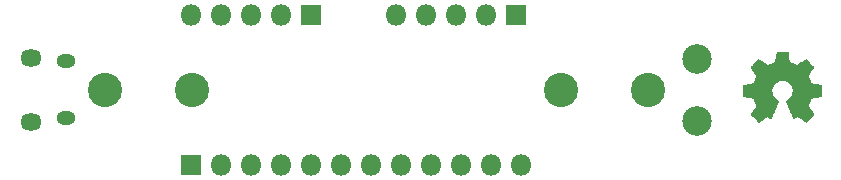
<source format=gbs>
G04 #@! TF.GenerationSoftware,KiCad,Pcbnew,(5.1.5-0-10_14)*
G04 #@! TF.CreationDate,2020-02-01T15:51:51-08:00*
G04 #@! TF.ProjectId,10440,31303434-302e-46b6-9963-61645f706362,rev?*
G04 #@! TF.SameCoordinates,Original*
G04 #@! TF.FileFunction,Soldermask,Bot*
G04 #@! TF.FilePolarity,Negative*
%FSLAX46Y46*%
G04 Gerber Fmt 4.6, Leading zero omitted, Abs format (unit mm)*
G04 Created by KiCad (PCBNEW (5.1.5-0-10_14)) date 2020-02-01 15:51:51*
%MOMM*%
%LPD*%
G04 APERTURE LIST*
%ADD10C,0.010000*%
%ADD11O,1.801600X1.801600*%
%ADD12R,1.801600X1.801600*%
%ADD13C,2.901600*%
%ADD14C,2.501600*%
%ADD15O,1.601600X1.201600*%
%ADD16O,1.801600X1.451600*%
G04 APERTURE END LIST*
D10*
G36*
X122954186Y-97193931D02*
G01*
X122870365Y-97638555D01*
X122561080Y-97766053D01*
X122251794Y-97893551D01*
X121880754Y-97641246D01*
X121776843Y-97570996D01*
X121682913Y-97508272D01*
X121603348Y-97455938D01*
X121542530Y-97416857D01*
X121504843Y-97393893D01*
X121494579Y-97388942D01*
X121476090Y-97401676D01*
X121436580Y-97436882D01*
X121380478Y-97490062D01*
X121312213Y-97556718D01*
X121236214Y-97632354D01*
X121156908Y-97712472D01*
X121078725Y-97792574D01*
X121006093Y-97868164D01*
X120943441Y-97934745D01*
X120895197Y-97987818D01*
X120865790Y-98022887D01*
X120858759Y-98034623D01*
X120868877Y-98056260D01*
X120897241Y-98103662D01*
X120940871Y-98172193D01*
X120996782Y-98257215D01*
X121061994Y-98354093D01*
X121099781Y-98409350D01*
X121168657Y-98510248D01*
X121229860Y-98601299D01*
X121280422Y-98677970D01*
X121317372Y-98735728D01*
X121337742Y-98770043D01*
X121340803Y-98777254D01*
X121333864Y-98797748D01*
X121314949Y-98845513D01*
X121286913Y-98913832D01*
X121252609Y-98995989D01*
X121214891Y-99085270D01*
X121176613Y-99174958D01*
X121140630Y-99258338D01*
X121109794Y-99328694D01*
X121086961Y-99379310D01*
X121074983Y-99403471D01*
X121074276Y-99404422D01*
X121055469Y-99409036D01*
X121005382Y-99419328D01*
X120929207Y-99434287D01*
X120832135Y-99452901D01*
X120719357Y-99474159D01*
X120653558Y-99486418D01*
X120533050Y-99509362D01*
X120424203Y-99531195D01*
X120332524Y-99550722D01*
X120263519Y-99566748D01*
X120222696Y-99578079D01*
X120214489Y-99581674D01*
X120206452Y-99606006D01*
X120199967Y-99660959D01*
X120195030Y-99740108D01*
X120191636Y-99837026D01*
X120189782Y-99945287D01*
X120189462Y-100058465D01*
X120190673Y-100170135D01*
X120193410Y-100273868D01*
X120197669Y-100363241D01*
X120203445Y-100431826D01*
X120210733Y-100473197D01*
X120215105Y-100481810D01*
X120241236Y-100492133D01*
X120296607Y-100506892D01*
X120373893Y-100524352D01*
X120465770Y-100542780D01*
X120497842Y-100548741D01*
X120652476Y-100577066D01*
X120774625Y-100599876D01*
X120868327Y-100618080D01*
X120937616Y-100632583D01*
X120986529Y-100644292D01*
X121019103Y-100654115D01*
X121039372Y-100662956D01*
X121051374Y-100671724D01*
X121053053Y-100673457D01*
X121069816Y-100701371D01*
X121095386Y-100755695D01*
X121127212Y-100829777D01*
X121162740Y-100916965D01*
X121199417Y-101010608D01*
X121234689Y-101104052D01*
X121266004Y-101190647D01*
X121290807Y-101263740D01*
X121306546Y-101316678D01*
X121310668Y-101342811D01*
X121310324Y-101343726D01*
X121296359Y-101365086D01*
X121264678Y-101412084D01*
X121218609Y-101479827D01*
X121161482Y-101563423D01*
X121096627Y-101657982D01*
X121078157Y-101684854D01*
X121012301Y-101782275D01*
X120954350Y-101871163D01*
X120907462Y-101946412D01*
X120874793Y-102002920D01*
X120859500Y-102035581D01*
X120858759Y-102039593D01*
X120871608Y-102060684D01*
X120907112Y-102102464D01*
X120960707Y-102160445D01*
X121027829Y-102230135D01*
X121103913Y-102307045D01*
X121184396Y-102386683D01*
X121264713Y-102464561D01*
X121340301Y-102536186D01*
X121406595Y-102597070D01*
X121459031Y-102642721D01*
X121493045Y-102668650D01*
X121502455Y-102672883D01*
X121524357Y-102662912D01*
X121569200Y-102636020D01*
X121629679Y-102596736D01*
X121676211Y-102565117D01*
X121760525Y-102507098D01*
X121860374Y-102438784D01*
X121960527Y-102370579D01*
X122014373Y-102334075D01*
X122196629Y-102210800D01*
X122349619Y-102293520D01*
X122419318Y-102329759D01*
X122478586Y-102357926D01*
X122518689Y-102373991D01*
X122528897Y-102376226D01*
X122541171Y-102359722D01*
X122565387Y-102313082D01*
X122599737Y-102240609D01*
X122642412Y-102146606D01*
X122691606Y-102035374D01*
X122745510Y-101911215D01*
X122802316Y-101778432D01*
X122860218Y-101641327D01*
X122917407Y-101504202D01*
X122972076Y-101371358D01*
X123022416Y-101247098D01*
X123066620Y-101135725D01*
X123102881Y-101041539D01*
X123129391Y-100968844D01*
X123144342Y-100921941D01*
X123146746Y-100905833D01*
X123127689Y-100885286D01*
X123085964Y-100851933D01*
X123030294Y-100812702D01*
X123025622Y-100809599D01*
X122881736Y-100694423D01*
X122765717Y-100560053D01*
X122678570Y-100410784D01*
X122621301Y-100250913D01*
X122594914Y-100084737D01*
X122600415Y-99916552D01*
X122638810Y-99750655D01*
X122711105Y-99591342D01*
X122732374Y-99556487D01*
X122843004Y-99415737D01*
X122973698Y-99302714D01*
X123119936Y-99218003D01*
X123277192Y-99162194D01*
X123440943Y-99135874D01*
X123606667Y-99139630D01*
X123769838Y-99174050D01*
X123925935Y-99239723D01*
X124070433Y-99337235D01*
X124115131Y-99376813D01*
X124228888Y-99500703D01*
X124311782Y-99631124D01*
X124368644Y-99777315D01*
X124400313Y-99922088D01*
X124408131Y-100084860D01*
X124382062Y-100248440D01*
X124324755Y-100407298D01*
X124238856Y-100555906D01*
X124127014Y-100688735D01*
X123991877Y-100800256D01*
X123974117Y-100812011D01*
X123917850Y-100850508D01*
X123875077Y-100883863D01*
X123854628Y-100905160D01*
X123854331Y-100905833D01*
X123858721Y-100928871D01*
X123876124Y-100981157D01*
X123904732Y-101058390D01*
X123942735Y-101156268D01*
X123988326Y-101270491D01*
X124039697Y-101396758D01*
X124095038Y-101530767D01*
X124152542Y-101668218D01*
X124210399Y-101804808D01*
X124266802Y-101936237D01*
X124319942Y-102058205D01*
X124368010Y-102166409D01*
X124409199Y-102256549D01*
X124441699Y-102324323D01*
X124463703Y-102365430D01*
X124472564Y-102376226D01*
X124499640Y-102367819D01*
X124550303Y-102345272D01*
X124615817Y-102312613D01*
X124651841Y-102293520D01*
X124804832Y-102210800D01*
X124987088Y-102334075D01*
X125080125Y-102397228D01*
X125181985Y-102466727D01*
X125277438Y-102532165D01*
X125325250Y-102565117D01*
X125392495Y-102610273D01*
X125449436Y-102646057D01*
X125488646Y-102667938D01*
X125501381Y-102672563D01*
X125519917Y-102660085D01*
X125560941Y-102625252D01*
X125620475Y-102571678D01*
X125694542Y-102502983D01*
X125779165Y-102422781D01*
X125832685Y-102371286D01*
X125926319Y-102279286D01*
X126007241Y-102196999D01*
X126072177Y-102127945D01*
X126117858Y-102075644D01*
X126141011Y-102043616D01*
X126143232Y-102037116D01*
X126132924Y-102012394D01*
X126104439Y-101962405D01*
X126060937Y-101892212D01*
X126005577Y-101806875D01*
X125941520Y-101711456D01*
X125923303Y-101684854D01*
X125856927Y-101588167D01*
X125797378Y-101501117D01*
X125747984Y-101428595D01*
X125712075Y-101375493D01*
X125692981Y-101346703D01*
X125691136Y-101343726D01*
X125693895Y-101320782D01*
X125708538Y-101270336D01*
X125732513Y-101199041D01*
X125763266Y-101113547D01*
X125798244Y-101020507D01*
X125834893Y-100926574D01*
X125870661Y-100838399D01*
X125902994Y-100762634D01*
X125929338Y-100705931D01*
X125947142Y-100674943D01*
X125948407Y-100673457D01*
X125959294Y-100664601D01*
X125977682Y-100655843D01*
X126007606Y-100646277D01*
X126053103Y-100634996D01*
X126118209Y-100621093D01*
X126206961Y-100603663D01*
X126323393Y-100581798D01*
X126471542Y-100554591D01*
X126503618Y-100548741D01*
X126598686Y-100530374D01*
X126681565Y-100512405D01*
X126744930Y-100496569D01*
X126781458Y-100484600D01*
X126786356Y-100481810D01*
X126794427Y-100457072D01*
X126800987Y-100401790D01*
X126806033Y-100322389D01*
X126809559Y-100225296D01*
X126811561Y-100116938D01*
X126812036Y-100003740D01*
X126810977Y-99892128D01*
X126808382Y-99788529D01*
X126804246Y-99699368D01*
X126798563Y-99631072D01*
X126791331Y-99590066D01*
X126786971Y-99581674D01*
X126762698Y-99573208D01*
X126707426Y-99559435D01*
X126626662Y-99541550D01*
X126525912Y-99520748D01*
X126410683Y-99498223D01*
X126347902Y-99486418D01*
X126228787Y-99464151D01*
X126122565Y-99443979D01*
X126034427Y-99426915D01*
X125969566Y-99413969D01*
X125933174Y-99406155D01*
X125927184Y-99404422D01*
X125917061Y-99384890D01*
X125895662Y-99337843D01*
X125865839Y-99270003D01*
X125830445Y-99188091D01*
X125792332Y-99098828D01*
X125754353Y-99008935D01*
X125719360Y-98925135D01*
X125690206Y-98854147D01*
X125669743Y-98802694D01*
X125660823Y-98777497D01*
X125660657Y-98776396D01*
X125670769Y-98756519D01*
X125699117Y-98710777D01*
X125742723Y-98643717D01*
X125798606Y-98559884D01*
X125863787Y-98463826D01*
X125901679Y-98408650D01*
X125970725Y-98307481D01*
X126032050Y-98215630D01*
X126082663Y-98137744D01*
X126119571Y-98078469D01*
X126139782Y-98042451D01*
X126142701Y-98034377D01*
X126130153Y-98015584D01*
X126095463Y-97975457D01*
X126043063Y-97918493D01*
X125977384Y-97849185D01*
X125902856Y-97772031D01*
X125823913Y-97691525D01*
X125744983Y-97612163D01*
X125670500Y-97538440D01*
X125604894Y-97474852D01*
X125552596Y-97425894D01*
X125518039Y-97396061D01*
X125506478Y-97388942D01*
X125487654Y-97398953D01*
X125442631Y-97427078D01*
X125375787Y-97470454D01*
X125291499Y-97526218D01*
X125194144Y-97591506D01*
X125120707Y-97641246D01*
X124749667Y-97893551D01*
X124131095Y-97638555D01*
X124047275Y-97193931D01*
X123963454Y-96749307D01*
X123038006Y-96749307D01*
X122954186Y-97193931D01*
G37*
X122954186Y-97193931D02*
X122870365Y-97638555D01*
X122561080Y-97766053D01*
X122251794Y-97893551D01*
X121880754Y-97641246D01*
X121776843Y-97570996D01*
X121682913Y-97508272D01*
X121603348Y-97455938D01*
X121542530Y-97416857D01*
X121504843Y-97393893D01*
X121494579Y-97388942D01*
X121476090Y-97401676D01*
X121436580Y-97436882D01*
X121380478Y-97490062D01*
X121312213Y-97556718D01*
X121236214Y-97632354D01*
X121156908Y-97712472D01*
X121078725Y-97792574D01*
X121006093Y-97868164D01*
X120943441Y-97934745D01*
X120895197Y-97987818D01*
X120865790Y-98022887D01*
X120858759Y-98034623D01*
X120868877Y-98056260D01*
X120897241Y-98103662D01*
X120940871Y-98172193D01*
X120996782Y-98257215D01*
X121061994Y-98354093D01*
X121099781Y-98409350D01*
X121168657Y-98510248D01*
X121229860Y-98601299D01*
X121280422Y-98677970D01*
X121317372Y-98735728D01*
X121337742Y-98770043D01*
X121340803Y-98777254D01*
X121333864Y-98797748D01*
X121314949Y-98845513D01*
X121286913Y-98913832D01*
X121252609Y-98995989D01*
X121214891Y-99085270D01*
X121176613Y-99174958D01*
X121140630Y-99258338D01*
X121109794Y-99328694D01*
X121086961Y-99379310D01*
X121074983Y-99403471D01*
X121074276Y-99404422D01*
X121055469Y-99409036D01*
X121005382Y-99419328D01*
X120929207Y-99434287D01*
X120832135Y-99452901D01*
X120719357Y-99474159D01*
X120653558Y-99486418D01*
X120533050Y-99509362D01*
X120424203Y-99531195D01*
X120332524Y-99550722D01*
X120263519Y-99566748D01*
X120222696Y-99578079D01*
X120214489Y-99581674D01*
X120206452Y-99606006D01*
X120199967Y-99660959D01*
X120195030Y-99740108D01*
X120191636Y-99837026D01*
X120189782Y-99945287D01*
X120189462Y-100058465D01*
X120190673Y-100170135D01*
X120193410Y-100273868D01*
X120197669Y-100363241D01*
X120203445Y-100431826D01*
X120210733Y-100473197D01*
X120215105Y-100481810D01*
X120241236Y-100492133D01*
X120296607Y-100506892D01*
X120373893Y-100524352D01*
X120465770Y-100542780D01*
X120497842Y-100548741D01*
X120652476Y-100577066D01*
X120774625Y-100599876D01*
X120868327Y-100618080D01*
X120937616Y-100632583D01*
X120986529Y-100644292D01*
X121019103Y-100654115D01*
X121039372Y-100662956D01*
X121051374Y-100671724D01*
X121053053Y-100673457D01*
X121069816Y-100701371D01*
X121095386Y-100755695D01*
X121127212Y-100829777D01*
X121162740Y-100916965D01*
X121199417Y-101010608D01*
X121234689Y-101104052D01*
X121266004Y-101190647D01*
X121290807Y-101263740D01*
X121306546Y-101316678D01*
X121310668Y-101342811D01*
X121310324Y-101343726D01*
X121296359Y-101365086D01*
X121264678Y-101412084D01*
X121218609Y-101479827D01*
X121161482Y-101563423D01*
X121096627Y-101657982D01*
X121078157Y-101684854D01*
X121012301Y-101782275D01*
X120954350Y-101871163D01*
X120907462Y-101946412D01*
X120874793Y-102002920D01*
X120859500Y-102035581D01*
X120858759Y-102039593D01*
X120871608Y-102060684D01*
X120907112Y-102102464D01*
X120960707Y-102160445D01*
X121027829Y-102230135D01*
X121103913Y-102307045D01*
X121184396Y-102386683D01*
X121264713Y-102464561D01*
X121340301Y-102536186D01*
X121406595Y-102597070D01*
X121459031Y-102642721D01*
X121493045Y-102668650D01*
X121502455Y-102672883D01*
X121524357Y-102662912D01*
X121569200Y-102636020D01*
X121629679Y-102596736D01*
X121676211Y-102565117D01*
X121760525Y-102507098D01*
X121860374Y-102438784D01*
X121960527Y-102370579D01*
X122014373Y-102334075D01*
X122196629Y-102210800D01*
X122349619Y-102293520D01*
X122419318Y-102329759D01*
X122478586Y-102357926D01*
X122518689Y-102373991D01*
X122528897Y-102376226D01*
X122541171Y-102359722D01*
X122565387Y-102313082D01*
X122599737Y-102240609D01*
X122642412Y-102146606D01*
X122691606Y-102035374D01*
X122745510Y-101911215D01*
X122802316Y-101778432D01*
X122860218Y-101641327D01*
X122917407Y-101504202D01*
X122972076Y-101371358D01*
X123022416Y-101247098D01*
X123066620Y-101135725D01*
X123102881Y-101041539D01*
X123129391Y-100968844D01*
X123144342Y-100921941D01*
X123146746Y-100905833D01*
X123127689Y-100885286D01*
X123085964Y-100851933D01*
X123030294Y-100812702D01*
X123025622Y-100809599D01*
X122881736Y-100694423D01*
X122765717Y-100560053D01*
X122678570Y-100410784D01*
X122621301Y-100250913D01*
X122594914Y-100084737D01*
X122600415Y-99916552D01*
X122638810Y-99750655D01*
X122711105Y-99591342D01*
X122732374Y-99556487D01*
X122843004Y-99415737D01*
X122973698Y-99302714D01*
X123119936Y-99218003D01*
X123277192Y-99162194D01*
X123440943Y-99135874D01*
X123606667Y-99139630D01*
X123769838Y-99174050D01*
X123925935Y-99239723D01*
X124070433Y-99337235D01*
X124115131Y-99376813D01*
X124228888Y-99500703D01*
X124311782Y-99631124D01*
X124368644Y-99777315D01*
X124400313Y-99922088D01*
X124408131Y-100084860D01*
X124382062Y-100248440D01*
X124324755Y-100407298D01*
X124238856Y-100555906D01*
X124127014Y-100688735D01*
X123991877Y-100800256D01*
X123974117Y-100812011D01*
X123917850Y-100850508D01*
X123875077Y-100883863D01*
X123854628Y-100905160D01*
X123854331Y-100905833D01*
X123858721Y-100928871D01*
X123876124Y-100981157D01*
X123904732Y-101058390D01*
X123942735Y-101156268D01*
X123988326Y-101270491D01*
X124039697Y-101396758D01*
X124095038Y-101530767D01*
X124152542Y-101668218D01*
X124210399Y-101804808D01*
X124266802Y-101936237D01*
X124319942Y-102058205D01*
X124368010Y-102166409D01*
X124409199Y-102256549D01*
X124441699Y-102324323D01*
X124463703Y-102365430D01*
X124472564Y-102376226D01*
X124499640Y-102367819D01*
X124550303Y-102345272D01*
X124615817Y-102312613D01*
X124651841Y-102293520D01*
X124804832Y-102210800D01*
X124987088Y-102334075D01*
X125080125Y-102397228D01*
X125181985Y-102466727D01*
X125277438Y-102532165D01*
X125325250Y-102565117D01*
X125392495Y-102610273D01*
X125449436Y-102646057D01*
X125488646Y-102667938D01*
X125501381Y-102672563D01*
X125519917Y-102660085D01*
X125560941Y-102625252D01*
X125620475Y-102571678D01*
X125694542Y-102502983D01*
X125779165Y-102422781D01*
X125832685Y-102371286D01*
X125926319Y-102279286D01*
X126007241Y-102196999D01*
X126072177Y-102127945D01*
X126117858Y-102075644D01*
X126141011Y-102043616D01*
X126143232Y-102037116D01*
X126132924Y-102012394D01*
X126104439Y-101962405D01*
X126060937Y-101892212D01*
X126005577Y-101806875D01*
X125941520Y-101711456D01*
X125923303Y-101684854D01*
X125856927Y-101588167D01*
X125797378Y-101501117D01*
X125747984Y-101428595D01*
X125712075Y-101375493D01*
X125692981Y-101346703D01*
X125691136Y-101343726D01*
X125693895Y-101320782D01*
X125708538Y-101270336D01*
X125732513Y-101199041D01*
X125763266Y-101113547D01*
X125798244Y-101020507D01*
X125834893Y-100926574D01*
X125870661Y-100838399D01*
X125902994Y-100762634D01*
X125929338Y-100705931D01*
X125947142Y-100674943D01*
X125948407Y-100673457D01*
X125959294Y-100664601D01*
X125977682Y-100655843D01*
X126007606Y-100646277D01*
X126053103Y-100634996D01*
X126118209Y-100621093D01*
X126206961Y-100603663D01*
X126323393Y-100581798D01*
X126471542Y-100554591D01*
X126503618Y-100548741D01*
X126598686Y-100530374D01*
X126681565Y-100512405D01*
X126744930Y-100496569D01*
X126781458Y-100484600D01*
X126786356Y-100481810D01*
X126794427Y-100457072D01*
X126800987Y-100401790D01*
X126806033Y-100322389D01*
X126809559Y-100225296D01*
X126811561Y-100116938D01*
X126812036Y-100003740D01*
X126810977Y-99892128D01*
X126808382Y-99788529D01*
X126804246Y-99699368D01*
X126798563Y-99631072D01*
X126791331Y-99590066D01*
X126786971Y-99581674D01*
X126762698Y-99573208D01*
X126707426Y-99559435D01*
X126626662Y-99541550D01*
X126525912Y-99520748D01*
X126410683Y-99498223D01*
X126347902Y-99486418D01*
X126228787Y-99464151D01*
X126122565Y-99443979D01*
X126034427Y-99426915D01*
X125969566Y-99413969D01*
X125933174Y-99406155D01*
X125927184Y-99404422D01*
X125917061Y-99384890D01*
X125895662Y-99337843D01*
X125865839Y-99270003D01*
X125830445Y-99188091D01*
X125792332Y-99098828D01*
X125754353Y-99008935D01*
X125719360Y-98925135D01*
X125690206Y-98854147D01*
X125669743Y-98802694D01*
X125660823Y-98777497D01*
X125660657Y-98776396D01*
X125670769Y-98756519D01*
X125699117Y-98710777D01*
X125742723Y-98643717D01*
X125798606Y-98559884D01*
X125863787Y-98463826D01*
X125901679Y-98408650D01*
X125970725Y-98307481D01*
X126032050Y-98215630D01*
X126082663Y-98137744D01*
X126119571Y-98078469D01*
X126139782Y-98042451D01*
X126142701Y-98034377D01*
X126130153Y-98015584D01*
X126095463Y-97975457D01*
X126043063Y-97918493D01*
X125977384Y-97849185D01*
X125902856Y-97772031D01*
X125823913Y-97691525D01*
X125744983Y-97612163D01*
X125670500Y-97538440D01*
X125604894Y-97474852D01*
X125552596Y-97425894D01*
X125518039Y-97396061D01*
X125506478Y-97388942D01*
X125487654Y-97398953D01*
X125442631Y-97427078D01*
X125375787Y-97470454D01*
X125291499Y-97526218D01*
X125194144Y-97591506D01*
X125120707Y-97641246D01*
X124749667Y-97893551D01*
X124131095Y-97638555D01*
X124047275Y-97193931D01*
X123963454Y-96749307D01*
X123038006Y-96749307D01*
X122954186Y-97193931D01*
D11*
X90830000Y-93645000D03*
X93370000Y-93645000D03*
X95910000Y-93645000D03*
X98450000Y-93645000D03*
D12*
X100990000Y-93645000D03*
D11*
X73460000Y-93645000D03*
X76000000Y-93645000D03*
X78540000Y-93645000D03*
X81080000Y-93645000D03*
D12*
X83620000Y-93645000D03*
D11*
X101410000Y-106345000D03*
X98870000Y-106345000D03*
X96330000Y-106345000D03*
X93790000Y-106345000D03*
X91250000Y-106345000D03*
X88710000Y-106345000D03*
X86170000Y-106345000D03*
X83630000Y-106345000D03*
X81090000Y-106345000D03*
X78550000Y-106345000D03*
X76010000Y-106345000D03*
D12*
X73470000Y-106345000D03*
D13*
X104745000Y-99975000D03*
X112145000Y-99975000D03*
X66145000Y-99975000D03*
X73545000Y-99975000D03*
D14*
X116275000Y-102650000D03*
X116275000Y-97350000D03*
D15*
X62885000Y-97555000D03*
X62885000Y-102395000D03*
D16*
X59885000Y-97245000D03*
X59885000Y-102705000D03*
M02*

</source>
